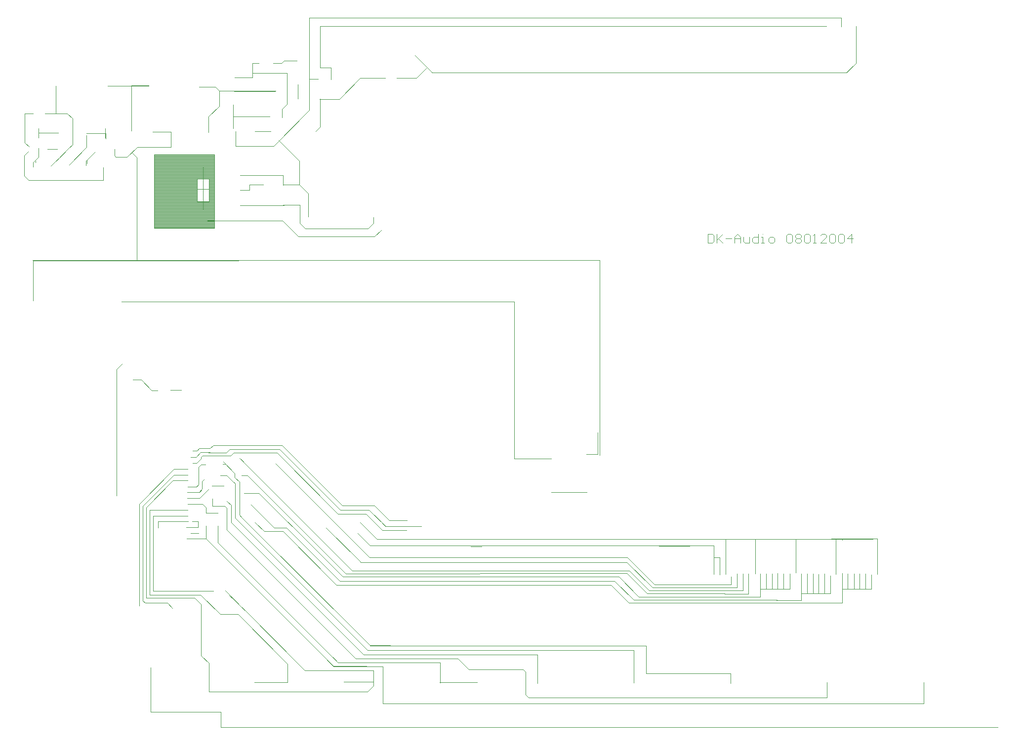
<source format=gtl>
*%FSLAX23Y23*%
*%MOIN*%
G01*
D13*
X7477Y9002D02*
X7884D01*
Y8997D02*
X7477D01*
Y8992D02*
X7884D01*
Y8987D02*
X7477D01*
Y8982D02*
X7884D01*
Y8980D02*
X7477D01*
X7849Y9152D02*
X7885D01*
X7849D02*
X7767D01*
X7477D01*
X7849Y9197D02*
X7885D01*
X7767D02*
X7477D01*
X7849Y9192D02*
X7885D01*
X7767D02*
X7477D01*
X7849Y9187D02*
X7885D01*
X7767D02*
X7477D01*
X7849Y9182D02*
X7885D01*
X7767D02*
X7477D01*
X7849Y9177D02*
X7885D01*
X7767D02*
X7477D01*
X7849Y9172D02*
X7885D01*
X7767D02*
X7477D01*
X7849Y9167D02*
X7885D01*
X7767D02*
X7477D01*
X7849Y9162D02*
X7885D01*
X7767D02*
X7477D01*
X7849Y9157D02*
X7885D01*
X7849D02*
X7767D01*
X7477D01*
X7767Y9160D02*
X7849D01*
X7885Y9147D02*
X7477D01*
Y9142D02*
X7885D01*
Y9137D02*
X7477D01*
Y9132D02*
X7885D01*
X7884Y9007D02*
X7477D01*
Y9027D02*
X7884D01*
Y9022D02*
X7477D01*
Y9017D02*
X7884D01*
Y9012D02*
X7477D01*
Y9127D02*
X7885D01*
Y9122D02*
X7477D01*
Y9117D02*
X7885D01*
Y9112D02*
X7477D01*
Y9107D02*
X7885D01*
Y9102D02*
X7477D01*
Y9097D02*
X7885D01*
Y9092D02*
X7477D01*
Y9087D02*
X7885D01*
Y9082D02*
X7477D01*
Y9077D02*
X7884D01*
Y9072D02*
X7477D01*
Y9067D02*
X7884D01*
Y9062D02*
X7477D01*
Y9057D02*
X7884D01*
Y9052D02*
X7477D01*
Y9047D02*
X7884D01*
Y9042D02*
X7477D01*
Y9037D02*
X7884D01*
Y9032D02*
X7477D01*
Y9347D02*
X7885D01*
Y9392D02*
X7477D01*
Y9387D02*
X7885D01*
Y9382D02*
X7477D01*
Y9377D02*
X7885D01*
Y9372D02*
X7477D01*
Y9367D02*
X7885D01*
Y9362D02*
X7477D01*
Y9357D02*
X7885D01*
Y9352D02*
X7477D01*
Y9342D02*
X7885D01*
Y9337D02*
X7477D01*
Y9332D02*
X7885D01*
Y9327D02*
X7477D01*
X7849Y9202D02*
X7885D01*
X7767D02*
X7477D01*
X7849Y9222D02*
X7885D01*
X7767D02*
X7477D01*
X7849Y9217D02*
X7885D01*
X7767D02*
X7477D01*
X7849Y9212D02*
X7885D01*
X7767D02*
X7477D01*
X7849Y9207D02*
X7885D01*
X7767D02*
X7477D01*
X7849Y9322D02*
X7885D01*
X7849D02*
X7767D01*
X7477D01*
X7849Y9317D02*
X7885D01*
X7849D02*
X7767D01*
X7477D01*
X7849Y9312D02*
X7885D01*
X7767D02*
X7477D01*
X7849Y9307D02*
X7885D01*
X7767D02*
X7477D01*
X7849Y9302D02*
X7885D01*
X7767D02*
X7477D01*
X7849Y9297D02*
X7885D01*
X7767D02*
X7477D01*
X7849Y9292D02*
X7885D01*
X7767D02*
X7477D01*
X7849Y9287D02*
X7885D01*
X7767D02*
X7477D01*
X7849Y9282D02*
X7885D01*
X7767D02*
X7477D01*
X7849Y9277D02*
X7885D01*
X7767D02*
X7477D01*
X7849Y9272D02*
X7885D01*
X7767D02*
X7477D01*
X7849Y9267D02*
X7885D01*
X7767D02*
X7477D01*
X7849Y9262D02*
X7885D01*
X7767D02*
X7477D01*
X7849Y9257D02*
X7885D01*
X7767D02*
X7477D01*
X7849Y9252D02*
X7885D01*
X7767D02*
X7477D01*
X7849Y9247D02*
X7885D01*
X7767D02*
X7477D01*
X7849Y9242D02*
X7885D01*
X7767D02*
X7477D01*
X7849Y9237D02*
X7885D01*
X7767D02*
X7477D01*
X7849Y9232D02*
X7885D01*
X7767D02*
X7477D01*
X7849Y9227D02*
X7885D01*
X7767D02*
X7477D01*
X7767Y9312D02*
X7849D01*
X7885Y9402D02*
X7477D01*
Y9397D02*
X7885D01*
Y9417D02*
X7477D01*
Y9412D02*
X7885D01*
Y9407D02*
X7477D01*
Y9472D02*
X7885D01*
Y9467D02*
X7477D01*
Y9462D02*
X7885D01*
Y9457D02*
X7477D01*
Y9452D02*
X7885D01*
Y9447D02*
X7477D01*
Y9442D02*
X7885D01*
Y9437D02*
X7477D01*
Y9432D02*
X7885D01*
Y9427D02*
X7477D01*
Y9422D02*
X7885D01*
Y9475D02*
X7477D01*
Y8980D01*
X7884D02*
Y9070D01*
X7885Y9000D02*
Y9475D01*
X7767Y9312D02*
Y9160D01*
X7849D02*
Y9312D01*
X7884Y9070D02*
X7885Y9000D01*
D15*
X10561Y6570D02*
X10682Y6449D01*
X10713Y6468D02*
X10585Y6595D01*
X10613Y6625D02*
X10748Y6489D01*
X10805Y6511D02*
X10668Y6648D01*
X10685Y6667D02*
X10819Y6533D01*
X10840Y6552D02*
X10669Y6723D01*
X10671Y6755D02*
X10855Y6571D01*
X10902Y6449D02*
X11958D01*
X10905D02*
X10682D01*
X11954Y6448D02*
X12121D01*
X10613Y6625D02*
X10236D01*
X10563Y6648D02*
X10668D01*
X11844Y6511D02*
X12041D01*
X11681Y6468D02*
X10896D01*
X11568Y6541D02*
X11766D01*
X11405Y6489D02*
X10893D01*
X10891Y6511D02*
X11326D01*
X11289Y6533D02*
X10885D01*
X10561Y6570D02*
X10121D01*
X10713Y6468D02*
X10902D01*
X10585Y6595D02*
X10176D01*
X10748Y6489D02*
X10896D01*
X10894Y6511D02*
X10805D01*
X10819Y6533D02*
X10895D01*
X10840Y6552D02*
X11249D01*
X11208Y6571D02*
X10855D01*
X11205Y6571D02*
X11371D01*
X11412Y6552D02*
X11248D01*
X11287Y6533D02*
X11451D01*
X11489Y6510D02*
X11326D01*
X11396Y6489D02*
X11568D01*
X11679Y6467D02*
X11844D01*
X10685Y6667D02*
X10610D01*
X10595Y6723D02*
X10669D01*
X10671Y6755D02*
X10649D01*
X12103Y6881D02*
X12358D01*
X11412Y6647D02*
Y6553D01*
X11412Y6552D02*
Y6573D01*
X11371Y6572D02*
Y6626D01*
X11371Y6587D02*
Y6571D01*
X11489Y6512D02*
Y6646D01*
X11452D02*
Y6534D01*
X11568Y6541D02*
Y6544D01*
Y6490D02*
Y6645D01*
X11451Y6639D02*
Y6533D01*
X11489Y6550D02*
Y6510D01*
X11568Y6516D02*
Y6489D01*
X11766Y6541D02*
Y6593D01*
X11844Y6574D02*
Y6469D01*
X11844Y6467D02*
Y6522D01*
X12041Y6511D02*
Y6581D01*
X12121Y6517D02*
Y6450D01*
X12121Y6448D02*
Y6553D01*
X12358Y6641D02*
Y6881D01*
D16*
X7504Y6958D02*
X7503D01*
D17*
X8727Y9849D02*
X8869Y9992D01*
X7605Y7275D02*
X7423Y7093D01*
X7401Y7104D02*
X7610Y7313D01*
X7612Y7352D02*
X7377Y7117D01*
X8638Y6956D02*
X8863Y6731D01*
X8931Y6755D02*
X8297Y7390D01*
X8185Y7190D02*
X8409Y6967D01*
X9352Y10031D02*
X9236Y10147D01*
X7996Y6993D02*
X8890Y6099D01*
X8916Y6129D02*
X8023Y7022D01*
X8069Y7026D02*
X8934Y6161D01*
X8692Y6072D02*
X7909Y6855D01*
X7957Y6532D02*
X8089Y6400D01*
X7924Y6371D02*
X7792Y6503D01*
X8071Y6418D02*
X8495Y5994D01*
X8709Y6570D02*
X8348Y6931D01*
X8288Y6956D02*
X8131Y7113D01*
X8370Y6956D02*
X8730Y6596D01*
X8751Y6625D02*
X8381Y6995D01*
X8055Y7427D02*
X8815Y6667D01*
X8772Y6647D02*
X8109Y7309D01*
X7828Y6881D02*
X8688Y6021D01*
X7925Y6371D02*
X7792Y6504D01*
X7991Y6919D02*
X8838Y6072D01*
X8658Y7029D02*
X8297Y7390D01*
X8043Y6371D02*
X8378Y6036D01*
X8718Y7049D02*
X8306Y7461D01*
X8906Y7049D02*
X9017Y6938D01*
X8733Y7077D02*
X8323Y7487D01*
X8928Y7077D02*
X9040Y6965D01*
X9064Y7006D02*
X8963Y7107D01*
X8747D02*
X8340Y7514D01*
X8772Y6647D02*
X10569Y6648D01*
X10621Y6667D02*
X8815Y6667D01*
X7928Y5609D02*
X13172D01*
X8919Y5850D02*
X7846D01*
X9325Y5769D02*
X12671D01*
X9345D02*
X9162D01*
X9191Y5769D02*
X9020D01*
X10003Y5810D02*
X12019D01*
X9020Y6020D02*
X8689D01*
X8688Y6021D02*
X8912D01*
X8717Y6047D02*
X9407D01*
X10797Y5974D02*
X11367D01*
X9791Y5998D02*
X9723D01*
X9791D02*
X9797D01*
X8378Y5911D02*
X8153D01*
X8355D02*
X8378D01*
X8497Y5994D02*
X8957D01*
X8497D02*
X8496D01*
X8756Y5917D02*
X8957D01*
X9404Y5912D02*
X9656D01*
X9601Y5998D02*
X9727D01*
X9733Y5998D02*
X9966D01*
X9086Y6099D02*
X8890D01*
X9114D01*
X9044Y6129D02*
X8916D01*
X8934Y6161D02*
X9070D01*
X8890Y6098D02*
X10064D01*
X10714Y6129D02*
X8916D01*
X8934Y6160D02*
X10798D01*
X10797Y6160D02*
X9236D01*
X9038Y6099D02*
X10064D01*
X10714Y6129D02*
X9097D01*
X10133D02*
X10181D01*
X9527Y6072D02*
X8838D01*
X7568Y6448D02*
X7417D01*
X7924Y6371D02*
X8042D01*
X7958Y6371D02*
X7925D01*
X7950Y6371D02*
X8043D01*
X10176Y6625D02*
X10245D01*
X10221Y6625D02*
X8802D01*
X8824Y6625D02*
X8751D01*
X12121Y6543D02*
X12317D01*
X10148Y6595D02*
X8766D01*
X8730Y6570D02*
X10119D01*
X10127Y6595D02*
X10190D01*
X10143Y6570D02*
X10111D01*
X8006Y6481D02*
X8002D01*
X7878Y6528D02*
X7714D01*
X8709Y6570D02*
X8791D01*
X8798Y6596D02*
X8730D01*
X7879Y6528D02*
X7472D01*
X7448Y6504D02*
X7792D01*
X7750Y6482D02*
X7423D01*
X10883Y6832D02*
X11090D01*
X9688Y6829D02*
X9613D01*
X8870Y6723D02*
X10600D01*
X9345Y6755D02*
X8931D01*
X8982D02*
X10666D01*
X11254Y6756D02*
X11294D01*
X7705Y6998D02*
X7503D01*
X7616Y6999D02*
X7706D01*
X7735Y6999D02*
X7775D01*
X7705Y7037D02*
X7472D01*
X9064Y7006D02*
X9183D01*
X7778Y6919D02*
X7725D01*
X8288Y6956D02*
X8370D01*
X8348Y6931D02*
X8274D01*
X7775Y6959D02*
X7694D01*
X12048Y6881D02*
X12120D01*
X9114Y6965D02*
X9040D01*
X9111Y6938D02*
X9182D01*
X9115D02*
X9017D01*
X9039Y6966D02*
X9282D01*
X7828Y6881D02*
X7696D01*
X7869Y7238D02*
X7949D01*
X7785Y7197D02*
X7702D01*
X7704Y7234D02*
X7765D01*
X7762D02*
X7733D01*
X7701Y7197D02*
X7781D01*
X8085Y7190D02*
X8185D01*
X7954Y7103D02*
X7871D01*
X7783Y7156D02*
X7700D01*
X7705Y7117D02*
X7804D01*
X7828Y7055D02*
X7909D01*
X7705Y7076D02*
X7448D01*
X8718Y7049D02*
X8906D01*
X8928Y7077D02*
X8733D01*
X8747Y7107D02*
X8963D01*
X7959Y7387D02*
X7941D01*
X7764Y7392D02*
X7738D01*
X7724Y7434D02*
X7761D01*
X8069Y7309D02*
X8070D01*
X8070Y7309D02*
X8109D01*
X7705Y7275D02*
X7628D01*
X7610Y7313D02*
X7705D01*
X7628Y7275D02*
X7605D01*
X7612Y7352D02*
X7704D01*
X7794Y7381D02*
X7825D01*
X7923Y7310D02*
X7968D01*
X7834Y7443D02*
X7805D01*
X7792Y7465D02*
X7828D01*
X7766Y7477D02*
X7738D01*
X7781Y7492D02*
X7825D01*
X7831Y7443D02*
X7858D01*
X7888D01*
X7854Y7465D02*
X7828D01*
X7868Y7442D02*
X7994D01*
X8013Y7461D02*
X8090D01*
X8306D01*
X7965Y7464D02*
X7845D01*
X7988Y7487D02*
X8104D01*
X8323D01*
X8340Y7514D02*
X7953D01*
X7877D01*
X7855Y7492D02*
X7807D01*
X7502Y7884D02*
X7462D01*
X7391Y7955D02*
X7334D01*
X7587Y7887D02*
X7660D01*
X8012Y9731D02*
X8257D01*
X8595Y9849D02*
X8727D01*
X8296Y9905D02*
X8023D01*
X8869Y9992D02*
X9037D01*
X8373Y10027D02*
X8142D01*
Y10092D02*
X8185D01*
X8142Y9997D02*
X8022D01*
X8355Y10108D02*
X8440D01*
X8338Y10092D02*
X8280D01*
X9351Y10030D02*
X9768D01*
X9729D02*
X10159D01*
X10395D01*
X11947D01*
X12149D01*
X9171Y9991D02*
X9115D01*
X9113Y9991D02*
X9246D01*
X9106Y10399D02*
X9052D01*
X7503Y6998D02*
Y6957D01*
X7401Y6478D02*
Y6464D01*
X7377Y6454D02*
Y6429D01*
X7472Y6528D02*
Y7037D01*
X7448Y7076D02*
Y6504D01*
X7423Y6482D02*
Y7093D01*
X7401Y7104D02*
Y6464D01*
X7377Y6438D02*
Y7117D01*
X7462Y7884D02*
X7391Y7955D01*
X7401Y6464D02*
X7417Y6448D01*
X7568D02*
X7602Y6414D01*
X7909Y6855D02*
Y6968D01*
X7871Y7103D02*
Y7153D01*
X7828Y7093D02*
Y7055D01*
Y6969D02*
Y6881D01*
X7846Y6041D02*
Y5850D01*
X7793Y6094D02*
Y6440D01*
X7775Y6959D02*
Y6999D01*
X7793Y6439D02*
Y6427D01*
X7778Y7250D02*
Y7365D01*
X7802Y7270D02*
Y7218D01*
X7793Y7421D02*
Y7431D01*
X7846Y7219D02*
X7783Y7156D01*
X7785Y7197D02*
X7801Y7213D01*
X7778Y7247D02*
X7765Y7234D01*
X7778Y7365D02*
X7794Y7381D01*
X7778Y7250D02*
X7762Y7234D01*
X7764Y7392D02*
X7789Y7417D01*
X7793Y7421D01*
X7819Y7287D02*
X7802Y7270D01*
Y7218D02*
X7781Y7197D01*
X7793Y7431D02*
X7805Y7443D01*
X7792Y7465D02*
X7761Y7434D01*
X7766Y7477D02*
X7781Y7492D01*
X7855Y7492D02*
X7877Y7514D01*
X7804Y7117D02*
X7828Y7093D01*
X7793Y6094D02*
X7846Y6041D01*
X7793Y6440D02*
X7751Y6482D01*
X7750D02*
X7793Y6439D01*
X7967Y6943D02*
Y6955D01*
Y7067D01*
X7996Y7061D02*
Y6993D01*
X7967Y7060D02*
Y7090D01*
X7996Y7110D02*
Y7059D01*
X8023Y7022D02*
Y7255D01*
X8053Y7043D02*
Y7042D01*
Y7043D02*
Y7044D01*
Y7266D01*
X8022Y7297D02*
Y7324D01*
X7994Y7442D02*
X8013Y7461D01*
X7988Y7487D02*
X7965Y7464D01*
X7967Y6943D02*
X7991Y6919D01*
X7967Y7090D02*
X7954Y7103D01*
X7969Y7137D02*
X7996Y7110D01*
X8023Y7255D02*
X8012Y7266D01*
X8053Y7042D02*
X8069Y7026D01*
X8053Y7266D02*
X8022Y7297D01*
Y7324D02*
X7943Y7403D01*
X7983Y6500D02*
X8002Y6481D01*
X8012Y7266D02*
X7968Y7310D01*
X8080Y7403D02*
X8055Y7427D01*
X8142Y10027D02*
Y10080D01*
Y10092D02*
Y9997D01*
X8297Y7390D02*
X8316Y7370D01*
X8341Y9727D02*
Y9782D01*
X8373Y9815D02*
Y10027D01*
X8449Y9948D02*
Y9851D01*
X8378Y6036D02*
Y5911D01*
X8341Y9782D02*
X8373Y9815D01*
X8338Y10092D02*
X8355Y10108D01*
X8598Y9853D02*
Y9663D01*
X8566Y9632D01*
X8683Y6081D02*
X8717Y6047D01*
X8689Y6020D02*
X8645Y6064D01*
X8870Y6723D02*
X8863Y6731D01*
X8957Y5917D02*
Y5889D01*
Y5917D02*
Y5994D01*
X9020Y6020D02*
Y5769D01*
X8918Y5850D02*
X8957Y5889D01*
X9039Y6966D02*
X9018Y6987D01*
X9246Y9991D02*
X9318Y10063D01*
X9407Y6028D02*
Y5914D01*
X9407Y5908D02*
Y6047D01*
X9527Y6072D02*
X9601Y5998D01*
X10064Y5906D02*
Y6098D01*
X10064Y6057D02*
Y5914D01*
Y5985D02*
Y6099D01*
X10064Y6056D02*
Y5997D01*
X9983Y5981D02*
Y5830D01*
Y5981D02*
X9966Y5998D01*
X9983Y5830D02*
X10003Y5810D01*
X10714Y6009D02*
Y6064D01*
X10714Y6129D02*
Y5913D01*
X10798Y6049D02*
Y6160D01*
X10797Y6160D02*
Y5974D01*
X10714D02*
Y6129D01*
Y6087D02*
Y5908D01*
X10798Y5988D02*
Y6064D01*
X11254Y6642D02*
Y6756D01*
Y6832D02*
Y6642D01*
X11294Y6640D02*
Y6756D01*
X11367Y5974D02*
Y5906D01*
X11334Y6644D02*
Y6879D01*
X11608Y6647D02*
Y6543D01*
X11568D02*
Y6646D01*
X11647Y6645D02*
Y6543D01*
X11685D02*
Y6648D01*
X11725Y6647D02*
Y6543D01*
X11766D02*
Y6645D01*
X12019Y5912D02*
Y5809D01*
X12002Y6514D02*
Y6646D01*
X11961Y6644D02*
Y6513D01*
X11923D02*
Y6646D01*
X11885D02*
Y6513D01*
X11844D02*
Y6647D01*
X12214Y10094D02*
Y10341D01*
X12200Y6647D02*
Y6543D01*
X12041Y6513D02*
Y6632D01*
X12121Y6543D02*
Y6482D01*
X12159Y6543D02*
Y6646D01*
X12120Y6648D02*
Y6543D01*
X12120Y6873D02*
Y6881D01*
X12150Y10030D02*
X12214Y10094D01*
X12213Y10094D02*
X12149Y10030D01*
X12238Y6646D02*
Y6543D01*
X12277D02*
Y6647D01*
X12317Y6639D02*
Y6543D01*
X12671Y5912D02*
Y5769D01*
D18*
X8347Y6931D02*
X8221D01*
X8158Y6994D01*
X11214Y8880D02*
Y8940D01*
Y8880D02*
X11244D01*
X11254Y8890D01*
Y8930D01*
X11244Y8940D01*
X11214D01*
X11274D02*
Y8880D01*
Y8900D01*
X11314Y8940D01*
X11284Y8910D01*
X11314Y8880D01*
X11334Y8910D02*
X11374D01*
X11394Y8920D02*
Y8880D01*
Y8920D02*
X11414Y8940D01*
X11434Y8920D01*
Y8880D01*
Y8910D01*
X11394D01*
X11454Y8920D02*
Y8890D01*
X11464Y8880D01*
X11494D01*
Y8920D01*
X11554Y8940D02*
Y8880D01*
X11524D01*
X11514Y8890D01*
Y8910D01*
X11524Y8920D01*
X11554D01*
X11574Y8880D02*
X11594D01*
X11584D01*
Y8920D01*
X11574D01*
X11584Y8940D02*
X11585D01*
X11634Y8880D02*
X11654D01*
X11664Y8890D01*
Y8910D01*
X11654Y8920D01*
X11634D01*
X11624Y8910D01*
Y8890D01*
X11634Y8880D01*
X11744Y8930D02*
X11754Y8940D01*
X11774D01*
X11784Y8930D01*
Y8890D01*
X11774Y8880D01*
X11754D01*
X11744Y8890D01*
Y8930D01*
X11804D02*
X11814Y8940D01*
X11834D01*
X11844Y8930D01*
Y8920D01*
X11834Y8910D01*
X11844Y8900D01*
Y8890D01*
X11834Y8880D01*
X11814D01*
X11804Y8890D01*
Y8900D01*
X11814Y8910D01*
X11804Y8920D01*
Y8930D01*
X11814Y8910D02*
X11834D01*
X11864Y8930D02*
X11874Y8940D01*
X11894D01*
X11904Y8930D01*
Y8890D01*
X11894Y8880D01*
X11874D01*
X11864Y8890D01*
Y8930D01*
X11924Y8880D02*
X11944D01*
X11934D01*
Y8940D01*
X11935D01*
X11934D02*
X11924Y8930D01*
X11974Y8880D02*
X12014D01*
X11974D02*
X12014Y8920D01*
Y8930D01*
X12004Y8940D01*
X11984D01*
X11974Y8930D01*
X12034D02*
X12044Y8940D01*
X12064D01*
X12074Y8930D01*
Y8890D01*
X12064Y8880D01*
X12044D01*
X12034Y8890D01*
Y8930D01*
X12094D02*
X12104Y8940D01*
X12124D01*
X12134Y8930D01*
Y8890D01*
X12124Y8880D01*
X12104D01*
X12094Y8890D01*
Y8930D01*
X12184Y8940D02*
Y8880D01*
X12154Y8910D02*
X12184Y8940D01*
X12194Y8910D02*
X12154D01*
D19*
X13118Y5610D02*
X8214D01*
X8119D02*
X7929D01*
Y5711D02*
X7482D01*
X7453Y5712D02*
X7640D01*
X10159Y7196D02*
X10399D01*
X10157Y7422D02*
X9908D01*
X10393Y7452D02*
X10472D01*
X9908Y8484D02*
X7267D01*
X7257Y8483D02*
X7995D01*
X8046Y8759D02*
X6662D01*
X6632Y9301D02*
X7134D01*
X6823Y9512D02*
X6759D01*
X7219Y9459D02*
X7295D01*
X6660Y9754D02*
X6605D01*
Y9557D01*
X6662Y8759D02*
Y8499D01*
X6602Y9332D02*
Y9468D01*
X6632Y9498D01*
X6633Y9529D02*
X6605Y9557D01*
X6602Y9332D02*
X6632Y9301D01*
X7134D02*
Y9389D01*
X7018Y9404D02*
Y9432D01*
X7025Y9436D02*
Y9417D01*
X7018Y9432D02*
X7082Y9496D01*
X7210Y9511D02*
Y9468D01*
X7295Y9459D02*
X7363Y9527D01*
X7219Y9459D02*
X7210Y9468D01*
X7453Y6013D02*
Y5712D01*
X7929Y5711D02*
Y5610D01*
X9908Y7422D02*
Y8484D01*
X10472Y7598D02*
Y7452D01*
X11534Y6880D02*
Y6645D01*
X11806Y6652D02*
Y6880D01*
X12079Y6882D02*
Y6643D01*
D22*
X7265Y8067D02*
X7223Y8025D01*
X8965Y8921D02*
X9010Y8967D01*
X8958Y9013D02*
X8922Y8976D01*
X7363Y9527D02*
X7326Y9490D01*
X8283Y9534D02*
X8525Y9777D01*
X7917Y9804D02*
X7844Y9731D01*
X6699Y9460D02*
X6662Y9422D01*
X6782Y9399D02*
X6834Y9451D01*
X6903Y9407D02*
X7021Y9525D01*
X8975Y6886D02*
X8982Y6879D01*
X8975Y6886D02*
X8867Y6994D01*
X8518Y9214D02*
X8459Y9273D01*
X8345Y9029D02*
X8452Y8921D01*
X8497Y8976D02*
X8460Y9014D01*
X8459Y9431D02*
X8319Y9571D01*
X7361Y9456D02*
X7326Y9490D01*
X7890Y9932D02*
X7917Y9906D01*
X6927Y9718D02*
X6892Y9752D01*
X8852Y6918D02*
X8934Y6836D01*
X8525Y10076D02*
X8525Y10398D01*
X12114D02*
X12114Y10341D01*
Y10340D02*
X12114Y10398D01*
X12095Y6879D02*
X8982Y6879D01*
X11039Y6836D02*
X11254D01*
X11090D02*
X8934D01*
X12079Y6879D02*
X12329D01*
X10483Y8761D02*
X7361D01*
X7361Y8761D02*
X6659D01*
X8497Y8976D02*
X8922D01*
X8965Y8921D02*
X8452D01*
X8345Y9029D02*
X7839D01*
X8347Y9136D02*
X8458D01*
X8355Y9134D02*
X8210D01*
X8059D01*
X8352Y9273D02*
X8459D01*
X8348Y9335D02*
X8058D01*
X7873Y9243D02*
X7737D01*
X8121Y9271D02*
X8215D01*
X8121Y9237D02*
X8058D01*
X7590Y9527D02*
X7363D01*
X8026Y9534D02*
X8283D01*
X6815Y9752D02*
X6742D01*
X6892D01*
X8159Y9632D02*
X8264D01*
X7592Y9629D02*
X7467D01*
X7782Y9932D02*
X7890D01*
X7442Y9941D02*
X7325D01*
X7441Y9939D02*
X7163D01*
X8018Y9904D02*
X8294D01*
X8032Y9906D02*
X7917D01*
X8599Y10063D02*
X8672D01*
X8636D02*
X8599D01*
X8583Y9986D02*
X8525D01*
X8599Y10341D02*
X12013D01*
X12114Y10398D02*
X8525D01*
X6660Y8762D02*
Y8490D01*
X6662Y9391D02*
Y9422D01*
X6699Y9460D02*
Y9518D01*
X6677Y9432D02*
Y9421D01*
X6927Y9712D02*
Y9718D01*
X6926Y9716D02*
Y9541D01*
X6815Y9752D02*
Y9939D01*
X7021Y9606D02*
Y9525D01*
X7325Y9635D02*
Y9941D01*
X7223Y8025D02*
Y8024D01*
X7224Y8026D02*
Y7973D01*
X7224Y8021D02*
Y7173D01*
X7361Y8761D02*
Y9456D01*
X7590Y9527D02*
Y9630D01*
X7917Y9804D02*
Y9906D01*
X7844Y9731D02*
Y9627D01*
X7806Y9391D02*
Y9109D01*
X8026Y9534D02*
Y9634D01*
X8010Y9651D02*
Y9814D01*
X8121Y9271D02*
Y9237D01*
X8459Y9294D02*
Y9431D01*
X8460Y9136D02*
Y9014D01*
X8348Y9269D02*
Y9335D01*
X8459Y9306D02*
Y9273D01*
X8672Y9991D02*
Y10063D01*
Y9984D01*
X8599Y10063D02*
Y10341D01*
X8518Y9214D02*
Y9055D01*
X8525Y9777D02*
Y10114D01*
X8958Y9054D02*
Y9013D01*
X10483Y8761D02*
Y7445D01*
D23*
X6901Y9518D02*
X6816Y9433D01*
X6901Y9518D02*
X6926Y9543D01*
X7021Y9618D02*
X7151D01*
X6831Y9623D02*
X6696D01*
X7151Y9618D02*
Y9583D01*
D24*
X10798Y6064D02*
D03*
X10714D02*
D03*
X10064Y6056D02*
D03*
X9656Y5912D02*
D03*
X9183Y7006D02*
D03*
X9182Y6938D02*
D03*
X9282Y6966D02*
D03*
X8958Y9054D02*
D03*
X9010Y8967D02*
D03*
X8852Y6918D02*
D03*
X8867Y6994D02*
D03*
X8599Y10063D02*
D03*
X8638Y6956D02*
D03*
X8566Y9632D02*
D03*
X8518Y9055D02*
D03*
X8458Y9136D02*
D03*
X8264Y9632D02*
D03*
X8297Y7390D02*
D03*
X8131Y7113D02*
D03*
X8159Y6994D02*
D03*
X8055Y7427D02*
D03*
X8070Y7309D02*
D03*
X8086Y7190D02*
D03*
X7991Y6919D02*
D03*
X7778D02*
D03*
X7660Y7887D02*
D03*
X7602Y6414D02*
D03*
X7363Y9527D02*
D03*
X7334Y7955D02*
D03*
X7454Y6012D02*
D03*
X7377Y6429D02*
D03*
X7503Y6958D02*
D03*
X7223Y7174D02*
D03*
X7265Y8067D02*
D03*
X6823Y9512D02*
D03*
D29*
X12314Y10341D02*
D03*
X12214D02*
D03*
X12114D02*
D03*
X12014D02*
D03*
X9239Y10144D02*
D03*
D31*
X7149Y9653D02*
Y9588D01*
X6699D02*
Y9653D01*
D34*
X13185Y9943D02*
D03*
Y6183D02*
D03*
X7949Y8124D02*
D03*
Y6183D02*
D03*
D36*
X12318Y6645D02*
D03*
X12278D02*
D03*
X12239D02*
D03*
X12200D02*
D03*
X12160D02*
D03*
X12121D02*
D03*
X12081D02*
D03*
X12042D02*
D03*
X12003D02*
D03*
X11963D02*
D03*
X11924D02*
D03*
X11885D02*
D03*
X11845D02*
D03*
X11806D02*
D03*
X12357D02*
D03*
X11766D02*
D03*
X11727D02*
D03*
X11688D02*
D03*
X11648D02*
D03*
X11609D02*
D03*
X11569D02*
D03*
X11530D02*
D03*
X11491D02*
D03*
X11451D02*
D03*
X11412D02*
D03*
X11373D02*
D03*
X11333D02*
D03*
X11294D02*
D03*
X11254D02*
D03*
X11215D02*
D03*
D39*
X7209Y9513D02*
D03*
X7089D02*
D03*
X6639D02*
D03*
X6759D02*
D03*
D40*
X7149Y9583D02*
D03*
X6699D02*
D03*
D43*
X8200Y10091D02*
D03*
X8280D02*
D03*
X8260Y9731D02*
D03*
X8340D02*
D03*
X6660Y9751D02*
D03*
X6740D02*
D03*
D45*
X9028Y9991D02*
D03*
X9114D02*
D03*
X8671Y9987D02*
D03*
X8585D02*
D03*
X7923Y7313D02*
D03*
X7837D02*
D03*
X7923Y7393D02*
D03*
X7837D02*
D03*
X7501Y7884D02*
D03*
X7587D02*
D03*
X7963Y6523D02*
D03*
X7877D02*
D03*
D47*
X6662Y8491D02*
D03*
X7256D02*
D03*
D48*
Y9390D02*
D03*
X7134D02*
D03*
X7016D02*
D03*
X6898D02*
D03*
X6780D02*
D03*
X6662D02*
D03*
D49*
X8058Y9136D02*
D03*
Y9236D02*
D03*
Y9336D02*
D03*
D50*
X7808Y9236D02*
D03*
D51*
X7610Y7468D02*
D03*
Y6883D02*
D03*
D55*
X7949Y7237D02*
D03*
Y7151D02*
D03*
X7869Y7237D02*
D03*
Y7151D02*
D03*
X7909Y6969D02*
D03*
Y7055D02*
D03*
X7829Y6969D02*
D03*
Y7055D02*
D03*
D58*
X12414Y10341D02*
D03*
D59*
X6833Y9618D02*
D03*
X7021D02*
D03*
D63*
X8600Y9851D02*
D03*
X8450D02*
D03*
X8440Y9951D02*
D03*
Y10101D02*
D03*
D64*
X10729Y7452D02*
D03*
Y7196D02*
D03*
X10394Y7452D02*
D03*
Y7196D02*
D03*
D67*
X7704Y7313D02*
D03*
Y7273D02*
D03*
Y7234D02*
D03*
Y7195D02*
D03*
Y7155D02*
D03*
Y7116D02*
D03*
Y7076D02*
D03*
Y7037D02*
D03*
Y6998D02*
D03*
Y6958D02*
D03*
Y6919D02*
D03*
Y6880D02*
D03*
Y6840D02*
D03*
Y6801D02*
D03*
Y6761D02*
D03*
Y7352D02*
D03*
Y7550D02*
D03*
Y7510D02*
D03*
Y7471D02*
D03*
Y7432D02*
D03*
Y7392D02*
D03*
Y7353D02*
D03*
Y7313D02*
D03*
Y7274D02*
D03*
Y7235D02*
D03*
Y7195D02*
D03*
Y7156D02*
D03*
Y7117D02*
D03*
Y7077D02*
D03*
Y7038D02*
D03*
Y6998D02*
D03*
Y7589D02*
D03*
D68*
X7326Y9631D02*
D03*
X7465D02*
D03*
X8026D02*
D03*
X8165D02*
D03*
D69*
X8207Y9271D02*
D03*
Y9136D02*
D03*
X8348Y9271D02*
D03*
Y9136D02*
D03*
D73*
X8020Y9902D02*
D03*
Y9992D02*
D03*
Y9811D02*
D03*
D74*
X10157Y7425D02*
D03*
D75*
X8288Y9902D02*
D03*
D76*
X7610Y6646D02*
D03*
Y7705D02*
D03*
D77*
X10157Y7202D02*
D03*
D78*
X7840Y9631D02*
D03*
X7590D02*
D03*
D85*
X12473Y6739D02*
D03*
X11099Y6739D02*
D03*
D86*
X7783Y9934D02*
D03*
X7440D02*
D03*
X7163D02*
D03*
X6820D02*
D03*
D89*
X12070Y5912D02*
D03*
X12470D02*
D03*
X12070Y5612D02*
D03*
X12470D02*
D03*
X12723Y5912D02*
D03*
X13123D02*
D03*
X12723Y5612D02*
D03*
X13123D02*
D03*
X10763Y5912D02*
D03*
X11163D02*
D03*
X10763Y5612D02*
D03*
X11163D02*
D03*
X11416Y5912D02*
D03*
X11816D02*
D03*
X11416Y5612D02*
D03*
X11816D02*
D03*
X8802Y5912D02*
D03*
X9202D02*
D03*
X8802Y5612D02*
D03*
X9202D02*
D03*
X9456Y5912D02*
D03*
X9856D02*
D03*
X9456Y5612D02*
D03*
X9856D02*
D03*
X10109Y5912D02*
D03*
X10509D02*
D03*
X10109Y5612D02*
D03*
X10509D02*
D03*
X8149Y5912D02*
D03*
X8549D02*
D03*
X8149Y5612D02*
D03*
X8549D02*
D03*
M02*

</source>
